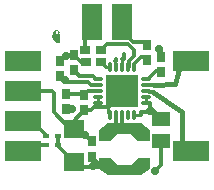
<source format=gtl>
G04 DipTrace 2.4.0.2*
%INDRV2667.gtl*%
%MOMM*%
%ADD13C,0.305*%
%ADD14C,0.28*%
%ADD15C,0.254*%
%ADD16C,0.4*%
%ADD18R,1.5X1.3*%
%ADD19R,1.8X1.6*%
%ADD20R,0.7X0.9*%
%ADD21R,0.9X0.7*%
%ADD22R,1.7X1.6*%
%ADD24R,1.7X2.032*%
%ADD26R,1.6X1.7*%
%ADD27R,2.032X1.7*%
%ADD28R,2.0X1.7*%
%ADD31R,0.5X0.4*%
%ADD36O,1.0X0.28*%
%ADD37O,0.28X1.0*%
%ADD38C,0.711*%
%ADD39C,0.711*%
%ADD40R,2.7X2.7*%
%ADD42C,0.457*%
%FSLAX53Y53*%
G04*
G71*
G90*
G75*
G01*
%LNTop*%
%LPD*%
X14132Y18628D2*
D13*
X15631D1*
X15702Y18557D1*
X16846Y18876D2*
D14*
X16461D1*
D13*
X16021D1*
X15702Y18557D1*
X15823Y21308D2*
X15402D1*
X14786Y21924D1*
X14125D1*
X13618Y21417D1*
X16846Y18376D2*
D14*
Y17876D1*
X15702Y17257D2*
D13*
X16227D1*
X16541Y17571D1*
X16906Y17936D1*
D14*
X16846Y17876D1*
X16541Y17571D2*
D13*
X17702D1*
D14*
Y17459D1*
Y17020D1*
X17896Y16826D1*
X14812Y15662D2*
D13*
Y16367D1*
X15702Y17257D1*
X14812Y15662D2*
X15259D1*
X15774Y15146D1*
X16303Y14617D1*
X14812Y15662D2*
X14498D1*
X13095Y17065D1*
Y18747D1*
X12952Y18890D1*
X11270D1*
X14127Y21875D2*
X14125Y21924D1*
X22213Y14650D2*
Y12616D1*
X21696Y12099D1*
X15784Y15156D2*
X15774Y15146D1*
X22168Y21806D2*
Y22259D1*
X21987Y22440D1*
X18896Y18876D2*
Y18653D1*
X17702Y17459D1*
X19396Y20926D2*
D14*
X19470D1*
Y21464D1*
D13*
X19866Y21860D1*
Y22384D1*
X19366Y22883D1*
X17575D1*
X17084Y22392D1*
X19896Y20926D2*
D14*
Y21188D1*
D13*
X20473Y21765D1*
X20897D1*
Y21606D1*
X21028Y21476D1*
X15784Y22392D2*
Y23404D1*
X16350Y23970D1*
X21028Y22776D2*
Y22967D1*
X20826D1*
X20919Y23060D1*
X19800D1*
X18890Y23970D1*
X20946Y18876D2*
D15*
X20748Y18844D1*
D13*
X21537Y18816D1*
D16*
X24000Y17136D1*
Y13780D1*
X23970Y13810D1*
X20946Y19376D2*
D13*
X21604Y19423D1*
D16*
X23377Y19438D1*
X23866Y21326D1*
X23970Y21430D1*
X20946Y19876D2*
D14*
X21072D1*
D13*
X21767Y20571D1*
X22233D1*
X22168Y20506D1*
X12452Y15036D2*
Y15168D1*
X11270Y16350D1*
X18896Y20926D2*
D14*
Y21578D1*
D13*
X19034D1*
Y21938D1*
X12452Y14336D2*
X11796D1*
X11270Y13810D1*
X18396Y20926D2*
D14*
X18311D1*
Y21464D1*
D13*
X18341Y21493D1*
X18376D1*
X18396Y16826D2*
D14*
Y16451D1*
D13*
Y16093D1*
X19077Y15413D1*
X18896Y16826D2*
D14*
Y16441D1*
D13*
Y15908D1*
X19163Y15641D1*
Y15499D1*
X19077Y15413D1*
X20946Y18376D2*
D14*
Y17876D1*
Y17851D1*
D13*
X21213D1*
Y17550D1*
X22213Y16550D1*
X19896Y16826D2*
D14*
X20456D1*
D13*
Y17093D1*
X21670D1*
X22213Y16550D1*
X14132Y17328D2*
X14644D1*
X14649Y17324D1*
X21268Y17205D2*
X21213Y17550D1*
X19077Y12463D2*
X17158D1*
X16303Y13317D1*
X19077Y12463D2*
X16417D1*
X15211D1*
X14812Y12862D1*
X13452Y14336D2*
Y14221D1*
X14812Y12862D1*
X13452Y15036D2*
Y14336D1*
X16846Y19376D2*
D14*
X16461D1*
D13*
X16287D1*
X16019Y19643D1*
X14091D1*
X13618Y20117D1*
X16417Y12505D2*
Y12463D1*
X14094Y19808D2*
X14091Y19643D1*
X16846Y19876D2*
D14*
X16688D1*
D13*
X16421Y20143D1*
X15267D1*
X14786Y20624D1*
X17896Y20926D2*
D14*
X17506D1*
D13*
X17123Y21308D1*
D42*
X18376Y21493D3*
X19034Y21938D3*
D39*
X14649Y17324D3*
X21268Y17205D3*
X14127Y21875D3*
X16417Y12505D3*
X14094Y19808D3*
X21696Y12099D3*
X15784Y15156D3*
X21987Y22440D3*
D18*
X22213Y16550D3*
Y14650D3*
D19*
X14812Y12862D3*
Y15662D3*
D20*
X14786Y20624D3*
Y21924D3*
D21*
X17123Y21308D3*
X15823D3*
X15784Y22392D3*
X17084D3*
D20*
X21028Y22776D3*
Y21476D3*
X13618Y20117D3*
Y21417D3*
X16303Y13317D3*
Y14617D3*
D22*
X16350Y23970D3*
X18890D3*
D24*
X16350Y25240D3*
X18890D3*
D26*
X11270Y13810D3*
Y16350D3*
D27*
X10000Y13810D3*
Y16350D3*
D26*
X11270Y21430D3*
Y18890D3*
D27*
X10000Y21430D3*
Y18890D3*
D26*
X23970Y21430D3*
D28*
X25240D3*
D26*
X23970Y13810D3*
D28*
X25240D3*
G36*
X20247Y14688D2*
X19652Y15268D1*
X18502D1*
X17907Y14688D1*
X16932D1*
Y15588D1*
X17682Y16138D1*
X19654D1*
X20472D1*
X21222Y15588D1*
Y14688D1*
X20247D1*
G37*
G36*
X17907Y13188D2*
X18502Y12608D1*
X19652D1*
X20247Y13188D1*
X21222D1*
Y12288D1*
X20472Y11738D1*
X18499D1*
X17682D1*
X16932Y12288D1*
Y13188D1*
X17907D1*
G37*
D20*
X14132Y18628D3*
Y17328D3*
X15702Y17257D3*
Y18557D3*
X22168Y20506D3*
Y21806D3*
D31*
X13452Y14336D3*
Y15036D3*
X12452D3*
Y14336D3*
D36*
X16846Y19876D3*
Y19376D3*
Y18876D3*
Y18376D3*
Y17876D3*
D37*
X17896Y16826D3*
X18396D3*
X18896D3*
X19396D3*
X19896D3*
D36*
X20946Y17876D3*
Y18376D3*
Y18876D3*
Y19376D3*
Y19876D3*
D37*
X19896Y20926D3*
X19396D3*
X18896D3*
X18396D3*
X17896D3*
D38*
X17996Y19776D3*
X18896D3*
X19796D3*
X17996Y18876D3*
X18896D3*
X19796D3*
X17996Y17976D3*
X18896D3*
X19796D3*
D40*
X18896Y18876D3*
G36*
X13599Y22935D2*
X13408Y22964D1*
X13261Y23024D1*
X13167Y23100D1*
X13091Y23176D1*
X13027Y23289D1*
X13002Y23354D1*
X12982Y23449D1*
X12972Y23500D1*
X12966Y23583D1*
X12989Y23647D1*
X13027Y23685D1*
X13053Y23711D1*
X13065Y23775D1*
X13060Y23800D1*
X13045Y23851D1*
X13015Y23878D1*
X13096Y23978D1*
X13172Y23927D1*
X13190D1*
X13226Y24016D1*
X13281Y24028D1*
X13383Y24039D1*
X13276Y23786D1*
Y23754D1*
X13284Y23711D1*
X13307Y23701D1*
X13358Y23721D1*
X13421Y23837D1*
X13492Y24008D1*
X13543Y23983D1*
X13597Y23919D1*
X13523Y23729D1*
X13561Y23735D1*
X13599D1*
Y22935D1*
G37*
M02*

</source>
